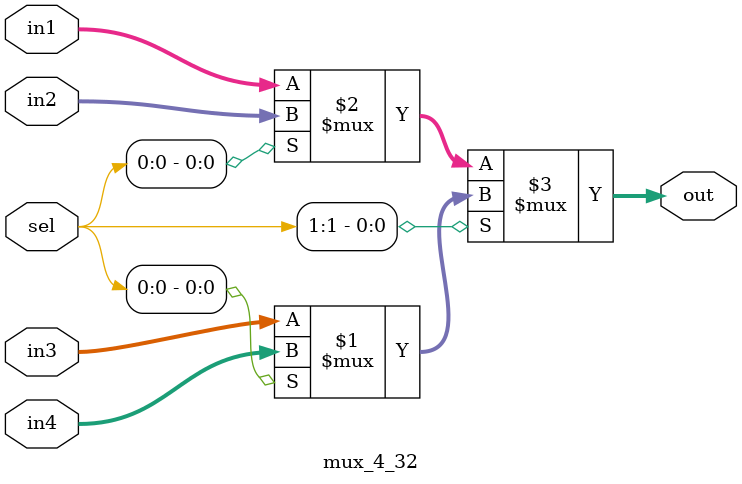
<source format=sv>
`timescale 1ns/1ns
module mux_4_32(input[31:0] in1, in2, in3, in4, input[1:0] sel, output [31:0] out);
  assign out = sel[1] ? (sel[0] ? in4 : in3) : (sel[0] ? in2 : in1);
endmodule
</source>
